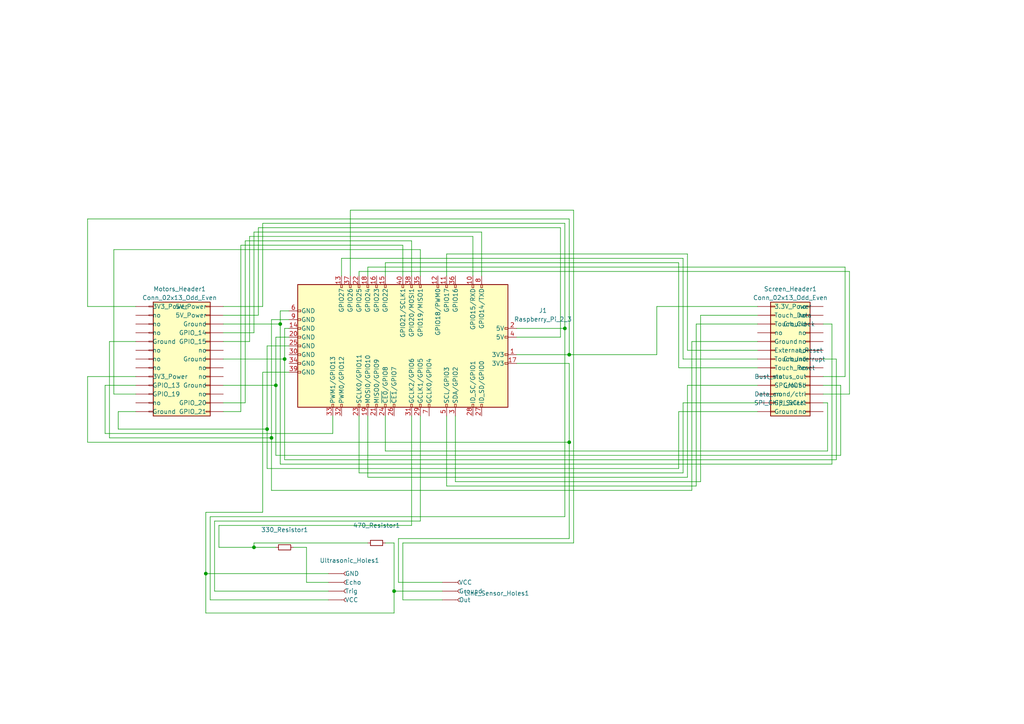
<source format=kicad_sch>
(kicad_sch (version 20230121) (generator eeschema)
  (paper "A4")
  (lib_symbols
    (symbol "Conn_02x13_Odd_Even_1" (pin_numbers hide) (pin_names (offset 1.016))
      (property "Reference" "Screen_Header1" (at 3.81 20.32 0))
      (property "Value" "Conn_02x13_Odd_Even" (at 1.27 17.78 0))
      (symbol "Conn_02x13_Odd_Even_1_1_1"
        (rectangle (start -1.27 -15.113) (end 0 -15.367) (stroke (width 0.1524)))
        (rectangle (start -1.27 -12.573) (end 0 -12.827) (stroke (width 0.1524)))
        (rectangle (start -1.27 -10.033) (end 0 -10.287) (stroke (width 0.1524)))
        (rectangle (start -1.27 -7.493) (end 0 -7.747) (stroke (width 0.1524)))
        (rectangle (start -1.27 -4.953) (end 0 -5.207) (stroke (width 0.1524)))
        (rectangle (start -1.27 -2.413) (end 0 -2.667) (stroke (width 0.1524)))
        (rectangle (start -1.27 0.127) (end 0 -0.127) (stroke (width 0.1524)))
        (rectangle (start -1.27 2.667) (end 0 2.413) (stroke (width 0.1524)))
        (rectangle (start -1.27 5.207) (end 0 4.953) (stroke (width 0.1524)))
        (rectangle (start -1.27 7.747) (end 0 7.493) (stroke (width 0.1524)))
        (rectangle (start -1.27 10.287) (end 0 10.033) (stroke (width 0.1524)))
        (rectangle (start -1.27 12.827) (end 0 12.573) (stroke (width 0.1524)))
        (rectangle (start -1.27 15.367) (end 0 15.113) (stroke (width 0.1524)))
        (rectangle (start -1.27 16.51) (end 10.16 -16.51) (stroke (width 0.254)) (fill (type background)))
        (rectangle (start 8.89 15.367) (end 10.16 15.113) (stroke (width 0.1524)))
        (rectangle (start 10.16 -15.113) (end 8.89 -15.367) (stroke (width 0.1524)))
        (rectangle (start 10.16 -12.573) (end 8.89 -12.827) (stroke (width 0.1524)))
        (rectangle (start 10.16 -10.033) (end 8.89 -10.287) (stroke (width 0.1524)))
        (rectangle (start 10.16 -7.493) (end 8.89 -7.747) (stroke (width 0.1524)))
        (rectangle (start 10.16 -4.953) (end 8.89 -5.207) (stroke (width 0.1524)))
        (rectangle (start 10.16 -2.413) (end 8.89 -2.667) (stroke (width 0.1524)))
        (rectangle (start 10.16 0.127) (end 8.89 -0.127) (stroke (width 0.1524)))
        (rectangle (start 10.16 2.667) (end 8.89 2.413) (stroke (width 0.1524)))
        (rectangle (start 10.16 5.207) (end 8.89 4.953) (stroke (width 0.1524)))
        (rectangle (start 10.16 7.747) (end 8.89 7.493) (stroke (width 0.1524)))
        (rectangle (start 10.16 10.287) (end 8.89 10.033) (stroke (width 0.1524)))
        (rectangle (start 10.16 12.827) (end 8.89 12.573) (stroke (width 0.1524)))
        (pin passive line (at -5.08 15.24 0) (length 3.81) (name "3.3V_Power") (number "1"))
        (pin passive line (at 13.97 5.08 180) (length 3.81) (name "no") (number "10"))
        (pin passive line (at -5.08 2.54 0) (length 3.81) (name "External_Reset") (number "11"))
        (pin passive line (at 13.97 2.54 180) (length 3.81) (name "no") (number "12"))
        (pin passive line (at -5.08 0 0) (length 3.81) (name "Touch_Interrupt") (number "13"))
        (pin passive line (at 13.97 0 180) (length 3.81) (name "Ground") (number "14"))
        (pin passive line (at -5.08 -2.54 0) (length 3.81) (name "Touch_Reset") (number "15"))
        (pin passive line (at 13.97 -2.54 180) (length 3.81) (name "no") (number "16"))
        (pin passive line (at -5.08 -5.08 0) (length 3.81) (name "no") (number "17"))
        (pin passive line (at 13.97 -5.08 180) (length 3.81) (name "Bust_status_out") (number "18"))
        (pin passive line (at -5.08 -7.62 0) (length 3.81) (name "SPI_MOSI") (number "19"))
        (pin passive line (at 13.97 15.24 180) (length 3.81) (name "no") (number "2"))
        (pin passive line (at 13.97 -7.62 180) (length 3.81) (name "Ground") (number "20"))
        (pin passive line (at -5.08 -10.16 0) (length 3.81) (name "no") (number "21"))
        (pin passive line (at 13.97 -10.16 180) (length 3.81) (name "Data_cmnd/ctrl") (number "22"))
        (pin passive line (at -5.08 -12.7 0) (length 3.81) (name "SPI_SCLK") (number "23"))
        (pin passive line (at 13.97 -12.7 180) (length 3.81) (name "SPI_Chip_Select") (number "24"))
        (pin passive line (at -5.08 -15.24 0) (length 3.81) (name "Ground") (number "25"))
        (pin passive line (at 13.97 -15.24 180) (length 3.81) (name "no") (number "26"))
        (pin passive line (at -5.08 12.7 0) (length 3.81) (name "Touch_Data") (number "3"))
        (pin passive line (at 13.97 12.7 180) (length 3.81) (name "no") (number "4"))
        (pin passive line (at -5.08 10.16 0) (length 3.81) (name "Touch_Clock") (number "5"))
        (pin passive line (at 13.97 10.16 180) (length 3.81) (name "Ground") (number "6"))
        (pin passive line (at -5.08 7.62 0) (length 3.81) (name "no") (number "7"))
        (pin passive line (at 13.97 7.62 180) (length 3.81) (name "no") (number "8"))
        (pin passive line (at -5.08 5.08 0) (length 3.81) (name "Ground") (number "9"))
      )
    )
    (symbol "Conn_02x13_Odd_Even_2" (pin_numbers hide) (pin_names (offset 1.016))
      (property "Reference" "Motors_Header1" (at -3.81 20.32 0))
      (property "Value" "Conn_02x13_Odd_Even" (at -3.81 17.78 0))
      (symbol "Conn_02x13_Odd_Even_2_1_1"
        (rectangle (start -13.97 -15.113) (end -12.7 -15.367) (stroke (width 0.1524)))
        (rectangle (start -13.97 -12.573) (end -12.7 -12.827) (stroke (width 0.1524)))
        (rectangle (start -13.97 -10.033) (end -12.7 -10.287) (stroke (width 0.1524)))
        (rectangle (start -13.97 -7.493) (end -12.7 -7.747) (stroke (width 0.1524)))
        (rectangle (start -13.97 -4.953) (end -12.7 -5.207) (stroke (width 0.1524)))
        (rectangle (start -13.97 -2.413) (end -12.7 -2.667) (stroke (width 0.1524)))
        (rectangle (start -13.97 0.127) (end -12.7 -0.127) (stroke (width 0.1524)))
        (rectangle (start -13.97 2.667) (end -12.7 2.413) (stroke (width 0.1524)))
        (rectangle (start -13.97 5.207) (end -12.7 4.953) (stroke (width 0.1524)))
        (rectangle (start -13.97 7.747) (end -12.7 7.493) (stroke (width 0.1524)))
        (rectangle (start -13.97 10.287) (end -12.7 10.033) (stroke (width 0.1524)))
        (rectangle (start -13.97 12.827) (end -12.7 12.573) (stroke (width 0.1524)))
        (rectangle (start -13.97 15.367) (end -12.7 15.113) (stroke (width 0.1524)))
        (rectangle (start -12.7 16.51) (end 3.81 -16.51) (stroke (width 0.254)) (fill (type background)))
        (rectangle (start 3.81 -15.113) (end 2.54 -15.367) (stroke (width 0.1524)))
        (rectangle (start 3.81 -12.573) (end 2.54 -12.827) (stroke (width 0.1524)))
        (rectangle (start 3.81 -10.033) (end 2.54 -10.287) (stroke (width 0.1524)))
        (rectangle (start 3.81 -7.493) (end 2.54 -7.747) (stroke (width 0.1524)))
        (rectangle (start 3.81 -4.953) (end 2.54 -5.207) (stroke (width 0.1524)))
        (rectangle (start 3.81 -2.413) (end 2.54 -2.667) (stroke (width 0.1524)))
        (rectangle (start 3.81 0.127) (end 2.54 -0.127) (stroke (width 0.1524)))
        (rectangle (start 3.81 2.667) (end 2.54 2.413) (stroke (width 0.1524)))
        (rectangle (start 3.81 5.207) (end 2.54 4.953) (stroke (width 0.1524)))
        (rectangle (start 3.81 7.747) (end 2.54 7.493) (stroke (width 0.1524)))
        (rectangle (start 3.81 10.287) (end 2.54 10.033) (stroke (width 0.1524)))
        (rectangle (start 3.81 12.827) (end 2.54 12.573) (stroke (width 0.1524)))
        (rectangle (start 3.81 15.367) (end 2.54 15.113) (stroke (width 0.1524)))
        (pin passive line (at -17.78 15.24 0) (length 3.81) (name "3V3_Power") (number "1"))
        (pin passive line (at 7.62 5.08 180) (length 3.81) (name "GPIO_15") (number "10"))
        (pin passive line (at -17.78 2.54 0) (length 3.81) (name "no") (number "11"))
        (pin passive line (at 7.62 2.54 180) (length 3.81) (name "no") (number "12"))
        (pin passive line (at -17.78 0 0) (length 3.81) (name "no") (number "13"))
        (pin passive line (at 7.62 0 180) (length 3.81) (name "Ground") (number "14"))
        (pin passive line (at -17.78 -2.54 0) (length 3.81) (name "no") (number "15"))
        (pin passive line (at 7.62 -2.54 180) (length 3.81) (name "no") (number "16"))
        (pin passive line (at -17.78 -5.08 0) (length 3.81) (name "3V3_Power") (number "17"))
        (pin passive line (at 7.62 -5.08 180) (length 3.81) (name "no") (number "18"))
        (pin passive line (at -17.78 -7.62 0) (length 3.81) (name "GPIO_13") (number "19"))
        (pin passive line (at 7.62 15.24 180) (length 3.81) (name "5V_Power") (number "2"))
        (pin passive line (at 7.62 -7.62 180) (length 3.81) (name "Ground") (number "20"))
        (pin passive line (at -17.78 -10.16 0) (length 3.81) (name "GPIO_19") (number "21"))
        (pin passive line (at 7.62 -10.16 180) (length 3.81) (name "no") (number "22"))
        (pin passive line (at -17.78 -12.7 0) (length 3.81) (name "no") (number "23"))
        (pin passive line (at 7.62 -12.7 180) (length 3.81) (name "GPIO_20") (number "24"))
        (pin passive line (at -17.78 -15.24 0) (length 3.81) (name "Ground") (number "25"))
        (pin passive line (at 7.62 -15.24 180) (length 3.81) (name "GPIO_21") (number "26"))
        (pin passive line (at -17.78 12.7 0) (length 3.81) (name "no") (number "3"))
        (pin passive line (at 7.62 12.7 180) (length 3.81) (name "5V_Power") (number "4"))
        (pin passive line (at -17.78 10.16 0) (length 3.81) (name "no") (number "5"))
        (pin passive line (at 7.62 10.16 180) (length 3.81) (name "Ground") (number "6"))
        (pin passive line (at -17.78 7.62 0) (length 3.81) (name "no") (number "7"))
        (pin passive line (at 7.62 7.62 180) (length 3.81) (name "GPIO_14") (number "8"))
        (pin passive line (at -17.78 5.08 0) (length 3.81) (name "Ground") (number "9"))
      )
    )
    (symbol "Connector:Conn_01x03_Socket" (pin_numbers hide) (pin_names (offset 1.016))
      (property "Reference" "Line_Sensor_Holes1" (at 1.27 0.635 0))
      (symbol "Conn_01x03_Socket_1_1"
        (arc (start 0 -2.032) (mid -0.5058 -2.54) (end 0 -3.048) (stroke (width 0.1524)))
        (polyline (pts (xy -1.27 -2.54) (xy -0.508 -2.54)) (stroke (width 0.1524)))
        (polyline (pts (xy -1.27 0) (xy -0.508 0)) (stroke (width 0.1524)))
        (polyline (pts (xy -1.27 2.54) (xy -0.508 2.54)) (stroke (width 0.1524)))
        (arc (start 0 0.508) (mid -0.5058 0) (end 0 -0.508) (stroke (width 0.1524)))
        (arc (start 0 3.048) (mid -0.5058 2.54) (end 0 2.032) (stroke (width 0.1524)))
        (pin passive line (at -5.08 2.54 0) (length 3.81) (name "VCC") (number "1"))
        (pin passive line (at -5.08 0 0) (length 3.81) (name "Ground") (number "2"))
        (pin passive line (at -5.08 -2.54 0) (length 3.81) (name "Out") (number "3"))
      )
    )
    (symbol "Connector:Conn_01x04_Socket" (pin_numbers hide) (pin_names (offset 1.016))
      (property "Reference" "J2" (at 1.27 -0.635 0))
      (property "Value" "Conn_01x04_Socket" (at -11.43 5.08 0))
      (symbol "Conn_01x04_Socket_1_1"
        (arc (start 0 -4.572) (mid -0.5058 -5.08) (end 0 -5.588) (stroke (width 0.1524)))
        (arc (start 0 -2.032) (mid -0.5058 -2.54) (end 0 -3.048) (stroke (width 0.1524)))
        (polyline (pts (xy -1.27 -5.08) (xy -0.508 -5.08)) (stroke (width 0.1524)))
        (polyline (pts (xy -1.27 -2.54) (xy -0.508 -2.54)) (stroke (width 0.1524)))
        (polyline (pts (xy -1.27 0) (xy -0.508 0)) (stroke (width 0.1524)))
        (polyline (pts (xy -1.27 2.54) (xy -0.508 2.54)) (stroke (width 0.1524)))
        (arc (start 0 0.508) (mid -0.5058 0) (end 0 -0.508) (stroke (width 0.1524)))
        (arc (start 0 3.048) (mid -0.5058 2.54) (end 0 2.032) (stroke (width 0.1524)))
        (pin passive line (at -5.08 2.54 0) (length 3.81) (name "GND") (number "1"))
        (pin passive line (at -5.08 0 0) (length 3.81) (name "Echo") (number "2"))
        (pin passive line (at -5.08 -2.54 0) (length 3.81) (name "Trig") (number "3"))
        (pin passive line (at -5.08 -5.08 0) (length 3.81) (name "VCC") (number "4"))
      )
    )
    (symbol "Connector:Raspberry_Pi_2_3" (pin_names (offset 1.016))
      (property "Reference" "J" (at -17.78 31.75 0))
      (property "Value" "Raspberry_Pi_2_3" (at 10.16 -31.75 0))
      (symbol "Raspberry_Pi_2_3_0_1"
        (rectangle (start -17.78 30.48) (end 17.78 -30.48) (stroke (width 0.254)) (fill (type background)))
      )
      (symbol "Raspberry_Pi_2_3_1_1"
        (rectangle (start -16.891 -17.526) (end -17.78 -18.034))
        (rectangle (start -16.891 -14.986) (end -17.78 -15.494))
        (rectangle (start -16.891 -12.446) (end -17.78 -12.954))
        (rectangle (start -16.891 -9.906) (end -17.78 -10.414))
        (rectangle (start -16.891 -7.366) (end -17.78 -7.874))
        (rectangle (start -16.891 -4.826) (end -17.78 -5.334))
        (rectangle (start -16.891 0.254) (end -17.78 -0.254))
        (rectangle (start -16.891 2.794) (end -17.78 2.286))
        (rectangle (start -16.891 5.334) (end -17.78 4.826))
        (rectangle (start -16.891 10.414) (end -17.78 9.906))
        (rectangle (start -16.891 12.954) (end -17.78 12.446))
        (rectangle (start -16.891 15.494) (end -17.78 14.986))
        (rectangle (start -16.891 20.574) (end -17.78 20.066))
        (rectangle (start -16.891 23.114) (end -17.78 22.606))
        (rectangle (start -10.414 -29.591) (end -9.906 -30.48))
        (rectangle (start -7.874 -29.591) (end -7.366 -30.48))
        (rectangle (start -5.334 -29.591) (end -4.826 -30.48))
        (rectangle (start -5.334 30.48) (end -4.826 29.591))
        (rectangle (start -2.794 -29.591) (end -2.286 -30.48))
        (rectangle (start -2.794 30.48) (end -2.286 29.591))
        (rectangle (start -0.254 -29.591) (end 0.254 -30.48))
        (rectangle (start 2.286 -29.591) (end 2.794 -30.48))
        (rectangle (start 2.286 30.48) (end 2.794 29.591))
        (rectangle (start 4.826 -29.591) (end 5.334 -30.48))
        (rectangle (start 4.826 30.48) (end 5.334 29.591))
        (rectangle (start 7.366 -29.591) (end 7.874 -30.48))
        (rectangle (start 17.78 -20.066) (end 16.891 -20.574))
        (rectangle (start 17.78 -17.526) (end 16.891 -18.034))
        (rectangle (start 17.78 -12.446) (end 16.891 -12.954))
        (rectangle (start 17.78 -9.906) (end 16.891 -10.414))
        (rectangle (start 17.78 -7.366) (end 16.891 -7.874))
        (rectangle (start 17.78 -4.826) (end 16.891 -5.334))
        (rectangle (start 17.78 -2.286) (end 16.891 -2.794))
        (rectangle (start 17.78 2.794) (end 16.891 2.286))
        (rectangle (start 17.78 5.334) (end 16.891 4.826))
        (rectangle (start 17.78 7.874) (end 16.891 7.366))
        (rectangle (start 17.78 12.954) (end 16.891 12.446))
        (rectangle (start 17.78 15.494) (end 16.891 14.986))
        (rectangle (start 17.78 20.574) (end 16.891 20.066))
        (rectangle (start 17.78 23.114) (end 16.891 22.606))
        (pin power_in line (at 2.54 33.02 270) (length 2.54) (name "3V3") (number "1"))
        (pin bidirectional line (at -20.32 20.32 0) (length 2.54) (name "GPIO15/RXD") (number "10"))
        (pin bidirectional line (at -20.32 12.7 0) (length 2.54) (name "GPIO17") (number "11"))
        (pin bidirectional line (at -20.32 10.16 0) (length 2.54) (name "GPIO18/PWM0") (number "12"))
        (pin bidirectional line (at -20.32 -17.78 0) (length 2.54) (name "GPIO27") (number "13"))
        (pin power_in line (at -5.08 -33.02 90) (length 2.54) (name "GND") (number "14"))
        (pin bidirectional line (at -20.32 -5.08 0) (length 2.54) (name "GPIO22") (number "15"))
        (pin bidirectional line (at -20.32 -7.62 0) (length 2.54) (name "GPIO23") (number "16"))
        (pin power_in line (at 5.08 33.02 270) (length 2.54) (name "3V3") (number "17"))
        (pin bidirectional line (at -20.32 -10.16 0) (length 2.54) (name "GPIO24") (number "18"))
        (pin bidirectional line (at 20.32 -10.16 180) (length 2.54) (name "MOSI0/GPIO10") (number "19"))
        (pin power_in line (at -5.08 33.02 270) (length 2.54) (name "5V") (number "2"))
        (pin power_in line (at -2.54 -33.02 90) (length 2.54) (name "GND") (number "20"))
        (pin bidirectional line (at 20.32 -7.62 180) (length 2.54) (name "MISO0/GPIO9") (number "21"))
        (pin bidirectional line (at -20.32 -12.7 0) (length 2.54) (name "GPIO25") (number "22"))
        (pin bidirectional line (at 20.32 -12.7 180) (length 2.54) (name "SCLK0/GPIO11") (number "23"))
        (pin bidirectional line (at 20.32 -5.08 180) (length 2.54) (name "~{CE0}/GPIO8") (number "24"))
        (pin power_in line (at 0 -33.02 90) (length 2.54) (name "GND") (number "25"))
        (pin bidirectional line (at 20.32 -2.54 180) (length 2.54) (name "~{CE1}/GPIO7") (number "26"))
        (pin bidirectional line (at 20.32 22.86 180) (length 2.54) (name "ID_SD/GPIO0") (number "27"))
        (pin bidirectional line (at 20.32 20.32 180) (length 2.54) (name "ID_SC/GPIO1") (number "28"))
        (pin bidirectional line (at 20.32 5.08 180) (length 2.54) (name "GCLK1/GPIO5") (number "29"))
        (pin bidirectional line (at 20.32 15.24 180) (length 2.54) (name "SDA/GPIO2") (number "3"))
        (pin power_in line (at 2.54 -33.02 90) (length 2.54) (name "GND") (number "30"))
        (pin bidirectional line (at 20.32 2.54 180) (length 2.54) (name "GCLK2/GPIO6") (number "31"))
        (pin bidirectional line (at 20.32 -17.78 180) (length 2.54) (name "PWM0/GPIO12") (number "32"))
        (pin bidirectional line (at 20.32 -20.32 180) (length 2.54) (name "PWM1/GPIO13") (number "33"))
        (pin power_in line (at 5.08 -33.02 90) (length 2.54) (name "GND") (number "34"))
        (pin bidirectional line (at -20.32 5.08 0) (length 2.54) (name "GPIO19/MISO1") (number "35"))
        (pin bidirectional line (at -20.32 15.24 0) (length 2.54) (name "GPIO16") (number "36"))
        (pin bidirectional line (at -20.32 -15.24 0) (length 2.54) (name "GPIO26") (number "37"))
        (pin bidirectional line (at -20.32 2.54 0) (length 2.54) (name "GPIO20/MOSI1") (number "38"))
        (pin power_in line (at 7.62 -33.02 90) (length 2.54) (name "GND") (number "39"))
        (pin power_in line (at -2.54 33.02 270) (length 2.54) (name "5V") (number "4"))
        (pin bidirectional line (at -20.32 0 0) (length 2.54) (name "GPIO21/SCLK1") (number "40"))
        (pin bidirectional line (at 20.32 12.7 180) (length 2.54) (name "SCL/GPIO3") (number "5"))
        (pin power_in line (at -10.16 -33.02 90) (length 2.54) (name "GND") (number "6"))
        (pin bidirectional line (at 20.32 7.62 180) (length 2.54) (name "GCLK0/GPIO4") (number "7"))
        (pin bidirectional line (at -20.32 22.86 0) (length 2.54) (name "GPIO14/TXD") (number "8"))
        (pin power_in line (at -7.62 -33.02 90) (length 2.54) (name "GND") (number "9"))
      )
    )
    (symbol "Device:R_Small" (pin_numbers hide) (pin_names (offset 0.254) hide)
      (property "Reference" "R" (at 0.762 0.508 0))
      (property "Value" "R_Small" (at 0.762 -1.016 0))
      (symbol "R_Small_0_1"
        (rectangle (start -0.762 1.778) (end 0.762 -1.778) (stroke (width 0.2032)))
      )
      (symbol "R_Small_1_1"
        (pin passive line (at 0 2.54 270) (length 0.762) (name "~") (number "1"))
        (pin passive line (at 0 -2.54 90) (length 0.762) (name "~") (number "2"))
      )
    )
  )
  (junction (at 163.83 95.25))
  (junction (at 165.1 102.87))
  (junction (at 165.1 128.27))
  (junction (at 77.47 124.46))
  (junction (at 59.69 166.37))
  (junction (at 82.55 104.14))
  (junction (at 80.01 111.76))
  (junction (at 73.66 158.75))
  (junction (at 114.3 171.45))
  (junction (at 78.74 127))
  (junction (at 81.28 93.98))
  (wire (pts (xy 74.93 91.44) (xy 64.77 91.44)))
  (wire (pts (xy 101.6 60.96) (xy 166.37 60.96)))
  (wire (pts (xy 59.69 166.37) (xy 95.25 166.37)))
  (wire (pts (xy 165.1 128.27) (xy 165.1 156.21)))
  (wire (pts (xy 82.55 133.35) (xy 82.55 104.14)))
  (wire (pts (xy 149.86 97.79) (xy 162.56 97.79)))
  (wire (pts (xy 163.83 95.25) (xy 163.83 64.77)))
  (wire (pts (xy 71.12 69.85) (xy 71.12 116.84)))
  (wire (pts (xy 76.2 64.77) (xy 76.2 88.9)))
  (wire (pts (xy 165.1 102.87) (xy 165.1 63.5)))
  (wire (pts (xy 129.54 140.97) (xy 129.54 120.65)))
  (wire (pts (xy 115.57 156.21) (xy 165.1 156.21)))
  (wire (pts (xy 137.16 68.58) (xy 72.39 68.58)))
  (wire (pts (xy 31.75 127) (xy 31.75 99.06)))
  (wire (pts (xy 238.76 114.3) (xy 246.38 114.3)))
  (wire (pts (xy 82.55 95.25) (xy 83.82 95.25)))
  (wire (pts (xy 246.38 78.74) (xy 246.38 114.3)))
  (wire (pts (xy 76.2 107.95) (xy 76.2 148.59)))
  (wire (pts (xy 190.5 102.87) (xy 165.1 102.87)))
  (wire (pts (xy 60.96 149.86) (xy 163.83 149.86)))
  (wire (pts (xy 238.76 111.76) (xy 243.84 111.76)))
  (wire (pts (xy 73.66 96.52) (xy 64.77 96.52)))
  (wire (pts (xy 111.76 120.65) (xy 111.76 130.81)))
  (wire (pts (xy 199.39 111.76) (xy 219.71 111.76)))
  (wire (pts (xy 39.37 109.22) (xy 25.4 109.22)))
  (wire (pts (xy 199.39 138.43) (xy 199.39 111.76)))
  (wire (pts (xy 198.12 74.93) (xy 198.12 104.14)))
  (wire (pts (xy 162.56 66.04) (xy 74.93 66.04)))
  (wire (pts (xy 33.02 114.3) (xy 33.02 72.39)))
  (wire (pts (xy 73.66 157.48) (xy 73.66 158.75)))
  (wire (pts (xy 31.75 127) (xy 78.74 127)))
  (wire (pts (xy 238.76 116.84) (xy 240.03 116.84)))
  (wire (pts (xy 77.47 124.46) (xy 77.47 135.89)))
  (wire (pts (xy 199.39 101.6) (xy 219.71 101.6)))
  (wire (pts (xy 116.84 80.01) (xy 116.84 71.12)))
  (wire (pts (xy 121.92 80.01) (xy 121.92 72.39)))
  (wire (pts (xy 72.39 68.58) (xy 72.39 99.06)))
  (wire (pts (xy 63.5 158.75) (xy 73.66 158.75)))
  (wire (pts (xy 190.5 88.9) (xy 190.5 102.87)))
  (wire (pts (xy 132.08 139.7) (xy 203.2 139.7)))
  (wire (pts (xy 104.14 137.16) (xy 198.12 137.16)))
  (wire (pts (xy 73.66 67.31) (xy 73.66 96.52)))
  (wire (pts (xy 69.85 119.38) (xy 64.77 119.38)))
  (wire (pts (xy 119.38 80.01) (xy 119.38 69.85)))
  (wire (pts (xy 116.84 71.12) (xy 69.85 71.12)))
  (wire (pts (xy 104.14 120.65) (xy 104.14 137.16)))
  (wire (pts (xy 95.25 168.91) (xy 88.9 168.91)))
  (wire (pts (xy 96.52 120.65) (xy 96.52 125.73)))
  (wire (pts (xy 83.82 90.17) (xy 81.28 90.17)))
  (wire (pts (xy 132.08 120.65) (xy 132.08 139.7)))
  (wire (pts (xy 203.2 91.44) (xy 219.71 91.44)))
  (wire (pts (xy 73.66 158.75) (xy 80.01 158.75)))
  (wire (pts (xy 76.2 148.59) (xy 59.69 148.59)))
  (wire (pts (xy 196.85 135.89) (xy 77.47 135.89)))
  (wire (pts (xy 115.57 168.91) (xy 128.27 168.91)))
  (wire (pts (xy 30.48 111.76) (xy 39.37 111.76)))
  (wire (pts (xy 129.54 80.01) (xy 129.54 73.66)))
  (wire (pts (xy 166.37 60.96) (xy 166.37 157.48)))
  (wire (pts (xy 80.01 111.76) (xy 64.77 111.76)))
  (wire (pts (xy 111.76 80.01) (xy 111.76 76.2)))
  (wire (pts (xy 119.38 120.65) (xy 119.38 152.4)))
  (wire (pts (xy 34.29 124.46) (xy 34.29 119.38)))
  (wire (pts (xy 71.12 116.84) (xy 64.77 116.84)))
  (wire (pts (xy 139.7 67.31) (xy 73.66 67.31)))
  (wire (pts (xy 196.85 106.68) (xy 219.71 106.68)))
  (wire (pts (xy 62.23 171.45) (xy 95.25 171.45)))
  (wire (pts (xy 81.28 93.98) (xy 64.77 93.98)))
  (wire (pts (xy 111.76 157.48) (xy 114.3 157.48)))
  (wire (pts (xy 106.68 138.43) (xy 199.39 138.43)))
  (wire (pts (xy 139.7 80.01) (xy 139.7 67.31)))
  (wire (pts (xy 106.68 157.48) (xy 73.66 157.48)))
  (wire (pts (xy 76.2 88.9) (xy 64.77 88.9)))
  (wire (pts (xy 115.57 156.21) (xy 115.57 168.91)))
  (wire (pts (xy 83.82 100.33) (xy 77.47 100.33)))
  (wire (pts (xy 165.1 105.41) (xy 165.1 128.27)))
  (wire (pts (xy 114.3 171.45) (xy 128.27 171.45)))
  (wire (pts (xy 63.5 152.4) (xy 63.5 158.75)))
  (wire (pts (xy 77.47 100.33) (xy 77.47 124.46)))
  (wire (pts (xy 82.55 104.14) (xy 82.55 95.25)))
  (wire (pts (xy 25.4 128.27) (xy 165.1 128.27)))
  (wire (pts (xy 241.3 93.98) (xy 241.3 134.62)))
  (wire (pts (xy 238.76 93.98) (xy 241.3 93.98)))
  (wire (pts (xy 242.57 133.35) (xy 82.55 133.35)))
  (wire (pts (xy 81.28 134.62) (xy 81.28 93.98)))
  (wire (pts (xy 106.68 77.47) (xy 106.68 80.01)))
  (wire (pts (xy 88.9 168.91) (xy 88.9 158.75)))
  (wire (pts (xy 80.01 132.08) (xy 80.01 111.76)))
  (wire (pts (xy 163.83 64.77) (xy 76.2 64.77)))
  (wire (pts (xy 149.86 102.87) (xy 165.1 102.87)))
  (wire (pts (xy 104.14 80.01) (xy 104.14 78.74)))
  (wire (pts (xy 242.57 104.14) (xy 242.57 133.35)))
  (wire (pts (xy 81.28 90.17) (xy 81.28 93.98)))
  (wire (pts (xy 201.93 93.98) (xy 201.93 140.97)))
  (wire (pts (xy 30.48 125.73) (xy 96.52 125.73)))
  (wire (pts (xy 106.68 120.65) (xy 106.68 138.43)))
  (wire (pts (xy 59.69 148.59) (xy 59.69 166.37)))
  (wire (pts (xy 88.9 158.75) (xy 85.09 158.75)))
  (wire (pts (xy 129.54 73.66) (xy 199.39 73.66)))
  (wire (pts (xy 111.76 130.81) (xy 240.03 130.81)))
  (wire (pts (xy 104.14 78.74) (xy 246.38 78.74)))
  (wire (pts (xy 165.1 105.41) (xy 149.86 105.41)))
  (wire (pts (xy 31.75 99.06) (xy 39.37 99.06)))
  (wire (pts (xy 114.3 171.45) (xy 114.3 177.8)))
  (wire (pts (xy 199.39 73.66) (xy 199.39 101.6)))
  (wire (pts (xy 166.37 157.48) (xy 116.84 157.48)))
  (wire (pts (xy 78.74 127) (xy 78.74 142.24)))
  (wire (pts (xy 99.06 80.01) (xy 99.06 74.93)))
  (wire (pts (xy 64.77 104.14) (xy 82.55 104.14)))
  (wire (pts (xy 99.06 74.93) (xy 198.12 74.93)))
  (wire (pts (xy 243.84 111.76) (xy 243.84 132.08)))
  (wire (pts (xy 101.6 80.01) (xy 101.6 60.96)))
  (wire (pts (xy 83.82 97.79) (xy 80.01 97.79)))
  (wire (pts (xy 34.29 124.46) (xy 77.47 124.46)))
  (wire (pts (xy 165.1 63.5) (xy 25.4 63.5)))
  (wire (pts (xy 25.4 88.9) (xy 39.37 88.9)))
  (wire (pts (xy 116.84 173.99) (xy 128.27 173.99)))
  (wire (pts (xy 25.4 109.22) (xy 25.4 128.27)))
  (wire (pts (xy 196.85 76.2) (xy 196.85 106.68)))
  (wire (pts (xy 200.66 99.06) (xy 200.66 142.24)))
  (wire (pts (xy 39.37 114.3) (xy 33.02 114.3)))
  (wire (pts (xy 198.12 116.84) (xy 219.71 116.84)))
  (wire (pts (xy 238.76 104.14) (xy 242.57 104.14)))
  (wire (pts (xy 219.71 88.9) (xy 190.5 88.9)))
  (wire (pts (xy 60.96 173.99) (xy 60.96 149.86)))
  (wire (pts (xy 59.69 177.8) (xy 59.69 166.37)))
  (wire (pts (xy 241.3 134.62) (xy 81.28 134.62)))
  (wire (pts (xy 121.92 120.65) (xy 121.92 151.13)))
  (wire (pts (xy 201.93 140.97) (xy 129.54 140.97)))
  (wire (pts (xy 114.3 157.48) (xy 114.3 171.45)))
  (wire (pts (xy 25.4 63.5) (xy 25.4 88.9)))
  (wire (pts (xy 198.12 137.16) (xy 198.12 116.84)))
  (wire (pts (xy 219.71 93.98) (xy 201.93 93.98)))
  (wire (pts (xy 95.25 173.99) (xy 60.96 173.99)))
  (wire (pts (xy 203.2 139.7) (xy 203.2 91.44)))
  (wire (pts (xy 196.85 119.38) (xy 196.85 135.89)))
  (wire (pts (xy 74.93 66.04) (xy 74.93 91.44)))
  (wire (pts (xy 30.48 125.73) (xy 30.48 111.76)))
  (wire (pts (xy 245.11 109.22) (xy 245.11 77.47)))
  (wire (pts (xy 137.16 80.01) (xy 137.16 68.58)))
  (wire (pts (xy 116.84 157.48) (xy 116.84 173.99)))
  (wire (pts (xy 198.12 104.14) (xy 219.71 104.14)))
  (wire (pts (xy 111.76 76.2) (xy 196.85 76.2)))
  (wire (pts (xy 83.82 107.95) (xy 76.2 107.95)))
  (wire (pts (xy 34.29 119.38) (xy 39.37 119.38)))
  (wire (pts (xy 83.82 92.71) (xy 78.74 92.71)))
  (wire (pts (xy 243.84 132.08) (xy 80.01 132.08)))
  (wire (pts (xy 162.56 97.79) (xy 162.56 66.04)))
  (wire (pts (xy 119.38 152.4) (xy 63.5 152.4)))
  (wire (pts (xy 69.85 71.12) (xy 69.85 119.38)))
  (wire (pts (xy 219.71 99.06) (xy 200.66 99.06)))
  (wire (pts (xy 238.76 109.22) (xy 245.11 109.22)))
  (wire (pts (xy 33.02 72.39) (xy 121.92 72.39)))
  (wire (pts (xy 80.01 97.79) (xy 80.01 111.76)))
  (wire (pts (xy 62.23 151.13) (xy 62.23 171.45)))
  (wire (pts (xy 240.03 130.81) (xy 240.03 116.84)))
  (wire (pts (xy 219.71 119.38) (xy 196.85 119.38)))
  (wire (pts (xy 149.86 95.25) (xy 163.83 95.25)))
  (wire (pts (xy 245.11 77.47) (xy 106.68 77.47)))
  (wire (pts (xy 121.92 151.13) (xy 62.23 151.13)))
  (wire (pts (xy 163.83 149.86) (xy 163.83 95.25)))
  (wire (pts (xy 114.3 177.8) (xy 59.69 177.8)))
  (wire (pts (xy 200.66 142.24) (xy 78.74 142.24)))
  (wire (pts (xy 72.39 99.06) (xy 64.77 99.06)))
  (wire (pts (xy 78.74 92.71) (xy 78.74 127)))
  (wire (pts (xy 119.38 69.85) (xy 71.12 69.85)))
  (symbol (lib_name "Conn_02x13_Odd_Even_1") (lib_id "Connector_Generic:Conn_02x13_Odd_Even") (at 224.79 104.14 0) (unit 1)
    (property "Reference" "Screen_Header1" (at 229.235 83.82 0))
    (property "Value" "Conn_02x13_Odd_Even" (at 229.235 86.36 0))
    (property "Footprint" "Connector_PinHeader_2.54mm:PinHeader_2x13_P2.54mm_Vertical" (effects hide))
  )
  (symbol (lib_id "Connector:Conn_01x03_Socket") (at 133.35 171.45 0) (unit 1)
    (property "Reference" "Line_Sensor_Holes1" (at 134.62 172.085 0) (effects (justify left)))
    (property "Value" "Conn_01x03_Socket" (effects hide))
    (property "Footprint" "Connector_PinHeader_2.54mm:PinHeader_1x03_P2.54mm_Vertical" (effects hide))
  )
  (symbol (lib_id "Device:R_Small") (at 109.22 157.48 90) (unit 1)
    (property "Reference" "470_Resistor1" (at 109.22 152.4 90))
    (property "Value" "R_Small" (effects hide))
    (property "Footprint" "Resistor_THT:R_Axial_DIN0204_L3.6mm_D1.6mm_P1.90mm_Vertical" (effects hide))
  )
  (symbol (lib_id "Device:R_Small") (at 82.55 158.75 90) (unit 1)
    (property "Reference" "330_Resistor1" (at 82.55 153.67 90))
    (property "Value" "R_Small" (effects hide))
    (property "Footprint" "Resistor_THT:R_Axial_DIN0204_L3.6mm_D1.6mm_P1.90mm_Vertical" (effects hide))
  )
  (symbol (lib_id "Connector:Conn_01x04_Socket") (at 100.33 168.91 0) (unit 1)
    (property "Reference" "Ultrasonic_Holes1" (at 92.71 162.56 0) (effects (justify left)))
    (property "Value" "Conn_01x04_Socket" (effects hide))
    (property "Footprint" "Connector_PinHeader_2.54mm:PinHeader_1x04_P2.54mm_Vertical" (effects hide))
  )
  (symbol (lib_name "Conn_02x13_Odd_Even_2") (lib_id "Connector_Generic:Conn_02x13_Odd_Even") (at 57.15 104.14 0) (unit 1)
    (property "Reference" "Motors_Header1" (at 52.0954 83.82 0))
    (property "Value" "Conn_02x13_Odd_Even" (at 52.0954 86.36 0))
    (property "Footprint" "Connector_PinHeader_2.54mm:PinHeader_2x13_P2.54mm_Vertical" (effects hide))
  )
  (symbol (lib_id "Connector:Raspberry_Pi_2_3") (at 116.84 100.33 270) (unit 1)
    (property "Reference" "J1" (at 157.48 90.0683 90))
    (property "Value" "Raspberry_Pi_2_3" (at 157.48 92.6083 90))
    (property "Footprint" "Connector_PinHeader_2.54mm:PinHeader_2x20_P2.54mm_Vertical" (effects hide))
    (property "Datasheet" "https://www.raspberrypi.org/documentation/hardware/raspberrypi/schematics/rpi_SCH_3bplus_1p0_reduced.pdf" (effects hide))
  )
)
</source>
